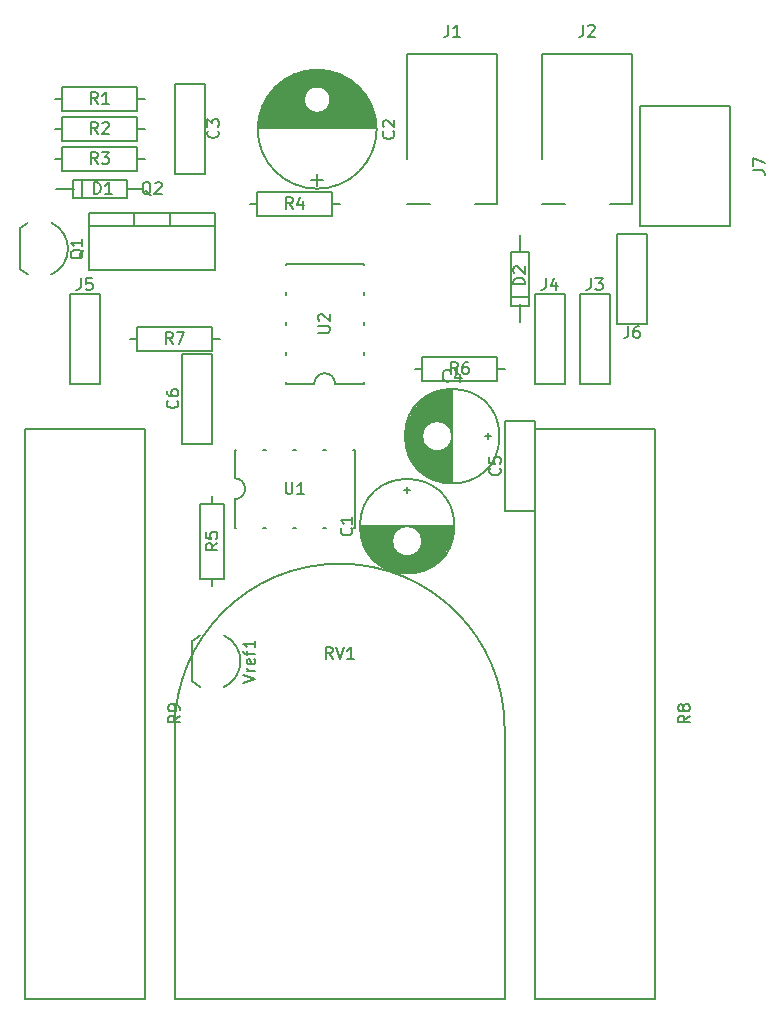
<source format=gbr>
G04 #@! TF.FileFunction,Legend,Top*
%FSLAX46Y46*%
G04 Gerber Fmt 4.6, Leading zero omitted, Abs format (unit mm)*
G04 Created by KiCad (PCBNEW 4.0.1-stable) date 04/17/17 03:19:07*
%MOMM*%
G01*
G04 APERTURE LIST*
%ADD10C,0.100000*%
%ADD11C,0.150000*%
G04 APERTURE END LIST*
D10*
D11*
X144399000Y-80772000D02*
X143891000Y-80772000D01*
X144145000Y-81026000D02*
X144145000Y-80518000D01*
X144716500Y-83820000D02*
X144843500Y-83947000D01*
X144843500Y-83947000D02*
X148018500Y-83947000D01*
X140208000Y-83947000D02*
X143510000Y-83947000D01*
X140208000Y-84074000D02*
X143319500Y-84074000D01*
X143319500Y-84074000D02*
X143192500Y-84201000D01*
X143192500Y-84201000D02*
X140208000Y-84201000D01*
X140208000Y-84201000D02*
X140208000Y-84328000D01*
X140208000Y-84328000D02*
X143065500Y-84328000D01*
X143065500Y-84328000D02*
X143002000Y-84455000D01*
X143002000Y-84455000D02*
X140208000Y-84455000D01*
X140208000Y-84455000D02*
X140271500Y-84582000D01*
X140271500Y-84582000D02*
X142938500Y-84582000D01*
X142938500Y-84582000D02*
X142875000Y-84709000D01*
X142875000Y-84709000D02*
X140335000Y-84709000D01*
X140335000Y-84709000D02*
X140335000Y-84836000D01*
X140335000Y-84836000D02*
X142875000Y-84836000D01*
X142875000Y-84836000D02*
X142875000Y-84963000D01*
X142875000Y-84963000D02*
X140335000Y-84963000D01*
X140335000Y-84963000D02*
X140398500Y-85090000D01*
X140398500Y-85090000D02*
X142811500Y-85090000D01*
X142811500Y-85090000D02*
X142811500Y-85217000D01*
X142811500Y-85217000D02*
X140462000Y-85217000D01*
X140462000Y-85217000D02*
X140525500Y-85344000D01*
X140525500Y-85344000D02*
X142875000Y-85344000D01*
X142875000Y-85344000D02*
X142938500Y-85471000D01*
X142938500Y-85471000D02*
X140525500Y-85471000D01*
X140525500Y-85471000D02*
X140652500Y-85598000D01*
X140652500Y-85598000D02*
X142938500Y-85598000D01*
X142938500Y-85598000D02*
X143002000Y-85725000D01*
X143002000Y-85725000D02*
X140652500Y-85725000D01*
X140652500Y-85725000D02*
X140779500Y-85852000D01*
X140779500Y-85852000D02*
X143129000Y-85852000D01*
X143129000Y-85852000D02*
X143192500Y-85979000D01*
X143192500Y-85979000D02*
X140779500Y-85979000D01*
X140779500Y-85979000D02*
X140970000Y-86106000D01*
X140970000Y-86106000D02*
X143319500Y-86106000D01*
X143319500Y-86106000D02*
X143510000Y-86233000D01*
X143510000Y-86233000D02*
X141033500Y-86233000D01*
X148082000Y-84074000D02*
X144970500Y-84074000D01*
X144970500Y-84074000D02*
X145097500Y-84201000D01*
X145097500Y-84201000D02*
X148082000Y-84201000D01*
X148082000Y-84201000D02*
X148018500Y-84328000D01*
X148018500Y-84328000D02*
X145224500Y-84328000D01*
X145224500Y-84328000D02*
X145351500Y-84455000D01*
X145351500Y-84455000D02*
X148082000Y-84455000D01*
X148082000Y-84455000D02*
X148018500Y-84582000D01*
X148018500Y-84582000D02*
X145351500Y-84582000D01*
X145351500Y-84582000D02*
X145415000Y-84709000D01*
X145415000Y-84709000D02*
X147955000Y-84709000D01*
X147955000Y-84709000D02*
X147955000Y-84836000D01*
X147955000Y-84836000D02*
X145415000Y-84836000D01*
X145415000Y-84836000D02*
X145415000Y-84963000D01*
X145415000Y-84963000D02*
X147955000Y-84963000D01*
X147955000Y-84963000D02*
X147891500Y-85090000D01*
X147891500Y-85090000D02*
X145415000Y-85090000D01*
X145415000Y-85090000D02*
X145415000Y-85217000D01*
X145415000Y-85217000D02*
X147891500Y-85217000D01*
X147891500Y-85217000D02*
X147828000Y-85344000D01*
X147828000Y-85344000D02*
X145415000Y-85344000D01*
X145415000Y-85344000D02*
X145415000Y-85471000D01*
X145415000Y-85471000D02*
X147764500Y-85471000D01*
X147764500Y-85471000D02*
X147701000Y-85598000D01*
X147701000Y-85598000D02*
X145351500Y-85598000D01*
X145351500Y-85598000D02*
X145288000Y-85725000D01*
X145288000Y-85725000D02*
X147637500Y-85725000D01*
X147637500Y-85725000D02*
X147574000Y-85852000D01*
X147574000Y-85852000D02*
X145161000Y-85852000D01*
X145161000Y-85852000D02*
X145097500Y-85979000D01*
X145097500Y-85979000D02*
X147447000Y-85979000D01*
X147447000Y-85979000D02*
X147383500Y-86106000D01*
X147383500Y-86106000D02*
X144970500Y-86106000D01*
X144970500Y-86106000D02*
X144780000Y-86233000D01*
X144780000Y-86233000D02*
X147256500Y-86233000D01*
X147129500Y-86360000D02*
X146748500Y-86741000D01*
X146050000Y-87312500D02*
X146113500Y-87185500D01*
X146113500Y-87185500D02*
X146177000Y-86995000D01*
X142938500Y-87566500D02*
X143129000Y-87566500D01*
X141287500Y-86487000D02*
X141414500Y-86614000D01*
X141922500Y-86995000D02*
X141986000Y-87058500D01*
X145415000Y-85090000D02*
G75*
G03X145415000Y-85090000I-1270000J0D01*
G01*
X148145500Y-83820000D02*
X140208000Y-83820000D01*
X140208000Y-83820000D02*
X140208000Y-83947000D01*
X147320000Y-86233000D02*
X147193000Y-86360000D01*
X147193000Y-86360000D02*
X141097000Y-86360000D01*
X141097000Y-86360000D02*
X141287500Y-86487000D01*
X141287500Y-86487000D02*
X147002500Y-86487000D01*
X147002500Y-86487000D02*
X146939000Y-86614000D01*
X146939000Y-86614000D02*
X141414500Y-86614000D01*
X141414500Y-86614000D02*
X141541500Y-86741000D01*
X141541500Y-86741000D02*
X146748500Y-86741000D01*
X146748500Y-86741000D02*
X146621500Y-86868000D01*
X146621500Y-86868000D02*
X141668500Y-86868000D01*
X141668500Y-86868000D02*
X141795500Y-86995000D01*
X141795500Y-86995000D02*
X146558000Y-86995000D01*
X146558000Y-86995000D02*
X146304000Y-87122000D01*
X146304000Y-87122000D02*
X142049500Y-87122000D01*
X142049500Y-87122000D02*
X142240000Y-87249000D01*
X142240000Y-87249000D02*
X146050000Y-87249000D01*
X146050000Y-87249000D02*
X145796000Y-87376000D01*
X145796000Y-87376000D02*
X142430500Y-87376000D01*
X142430500Y-87376000D02*
X142811500Y-87503000D01*
X142811500Y-87503000D02*
X145605500Y-87503000D01*
X145605500Y-87503000D02*
X145224500Y-87630000D01*
X145224500Y-87630000D02*
X143129000Y-87630000D01*
X143129000Y-87630000D02*
X143446500Y-87693500D01*
X143446500Y-87693500D02*
X144716500Y-87693500D01*
X148145000Y-83820000D02*
G75*
G03X148145000Y-83820000I-4000000J0D01*
G01*
X136017000Y-54483000D02*
X136525000Y-54483000D01*
X136525000Y-54483000D02*
X136525000Y-53975000D01*
X136525000Y-53975000D02*
X136525000Y-54991000D01*
X136525000Y-54991000D02*
X136525000Y-54483000D01*
X136525000Y-54483000D02*
X137033000Y-54483000D01*
X137033000Y-48768000D02*
X141287500Y-48768000D01*
X141287500Y-48768000D02*
X141287500Y-48641000D01*
X141287500Y-48641000D02*
X137160000Y-48641000D01*
X137160000Y-48641000D02*
X137350500Y-48514000D01*
X137350500Y-48514000D02*
X141224000Y-48514000D01*
X141224000Y-48514000D02*
X141160500Y-48387000D01*
X141160500Y-48387000D02*
X137414000Y-48387000D01*
X137414000Y-48387000D02*
X137541000Y-48260000D01*
X137541000Y-48260000D02*
X141097000Y-48260000D01*
X141097000Y-48260000D02*
X141033500Y-48133000D01*
X141033500Y-48133000D02*
X137604500Y-48133000D01*
X137604500Y-48133000D02*
X137668000Y-48006000D01*
X137668000Y-48006000D02*
X140970000Y-48006000D01*
X140970000Y-48006000D02*
X140906500Y-47879000D01*
X140906500Y-47879000D02*
X137668000Y-47879000D01*
X137668000Y-47879000D02*
X137668000Y-47752000D01*
X137668000Y-47752000D02*
X140843000Y-47752000D01*
X140843000Y-47752000D02*
X140779500Y-47625000D01*
X140779500Y-47625000D02*
X137668000Y-47625000D01*
X137668000Y-47625000D02*
X137668000Y-47498000D01*
X137668000Y-47498000D02*
X140716000Y-47498000D01*
X140716000Y-47498000D02*
X140652500Y-47371000D01*
X140652500Y-47371000D02*
X137604500Y-47371000D01*
X137604500Y-47371000D02*
X137541000Y-47244000D01*
X137541000Y-47244000D02*
X140589000Y-47244000D01*
X140589000Y-47244000D02*
X140462000Y-47117000D01*
X140462000Y-47117000D02*
X137541000Y-47117000D01*
X137541000Y-47117000D02*
X137414000Y-46990000D01*
X137414000Y-46990000D02*
X140335000Y-46990000D01*
X140335000Y-46990000D02*
X140208000Y-46863000D01*
X140208000Y-46863000D02*
X137287000Y-46863000D01*
X137287000Y-46863000D02*
X137160000Y-46736000D01*
X137160000Y-46736000D02*
X140081000Y-46736000D01*
X140081000Y-46736000D02*
X140017500Y-46609000D01*
X140017500Y-46609000D02*
X136906000Y-46609000D01*
X136080500Y-48831500D02*
X136017000Y-48768000D01*
X131762500Y-48768000D02*
X135953500Y-48768000D01*
X135953500Y-48768000D02*
X135826500Y-48641000D01*
X135826500Y-48641000D02*
X131762500Y-48641000D01*
X131762500Y-48641000D02*
X131826000Y-48514000D01*
X131826000Y-48514000D02*
X135699500Y-48514000D01*
X135699500Y-48514000D02*
X135636000Y-48387000D01*
X135636000Y-48387000D02*
X131889500Y-48387000D01*
X131889500Y-48387000D02*
X131953000Y-48260000D01*
X131953000Y-48260000D02*
X135509000Y-48260000D01*
X135509000Y-48260000D02*
X135445500Y-48133000D01*
X135445500Y-48133000D02*
X131953000Y-48133000D01*
X131953000Y-48133000D02*
X132016500Y-48006000D01*
X132016500Y-48006000D02*
X135445500Y-48006000D01*
X135445500Y-48006000D02*
X135382000Y-47879000D01*
X135382000Y-47879000D02*
X132080000Y-47879000D01*
X132080000Y-47879000D02*
X132143500Y-47752000D01*
X132143500Y-47752000D02*
X135318500Y-47752000D01*
X135318500Y-47752000D02*
X135318500Y-47625000D01*
X135318500Y-47625000D02*
X132270500Y-47625000D01*
X132270500Y-47625000D02*
X132334000Y-47498000D01*
X132334000Y-47498000D02*
X135382000Y-47498000D01*
X135382000Y-47498000D02*
X135445500Y-47371000D01*
X135445500Y-47371000D02*
X132397500Y-47371000D01*
X132397500Y-47371000D02*
X132461000Y-47244000D01*
X132461000Y-47244000D02*
X135445500Y-47244000D01*
X135445500Y-47244000D02*
X135509000Y-47117000D01*
X135509000Y-47117000D02*
X132588000Y-47117000D01*
X132588000Y-47117000D02*
X132651500Y-46990000D01*
X132651500Y-46990000D02*
X135636000Y-46990000D01*
X135636000Y-46990000D02*
X135699500Y-46863000D01*
X135699500Y-46863000D02*
X132778500Y-46863000D01*
X132778500Y-46863000D02*
X132905500Y-46736000D01*
X132905500Y-46736000D02*
X135953500Y-46736000D01*
X135953500Y-46736000D02*
X136144000Y-46609000D01*
X136144000Y-46609000D02*
X133032500Y-46609000D01*
X134366000Y-45720000D02*
X135280400Y-45364400D01*
X136093200Y-45262800D02*
X135839200Y-45262800D01*
X137312400Y-45313600D02*
X137033000Y-45288200D01*
X138709400Y-45770800D02*
X137820400Y-45415200D01*
X131526000Y-50130000D02*
X141524000Y-50130000D01*
X131530000Y-49990000D02*
X141520000Y-49990000D01*
X131538000Y-49850000D02*
X141512000Y-49850000D01*
X131550000Y-49710000D02*
X141500000Y-49710000D01*
X131565000Y-49570000D02*
X141485000Y-49570000D01*
X131585000Y-49430000D02*
X141465000Y-49430000D01*
X131609000Y-49290000D02*
X141441000Y-49290000D01*
X131638000Y-49150000D02*
X141412000Y-49150000D01*
X131670000Y-49010000D02*
X141380000Y-49010000D01*
X131707000Y-48870000D02*
X141343000Y-48870000D01*
X133179000Y-46490000D02*
X139871000Y-46490000D01*
X133341000Y-46350000D02*
X139709000Y-46350000D01*
X133518000Y-46210000D02*
X139532000Y-46210000D01*
X133714000Y-46070000D02*
X139336000Y-46070000D01*
X133932000Y-45930000D02*
X139118000Y-45930000D01*
X134178000Y-45790000D02*
X138872000Y-45790000D01*
X134463000Y-45650000D02*
X138587000Y-45650000D01*
X134805000Y-45510000D02*
X138245000Y-45510000D01*
X135251000Y-45370000D02*
X137799000Y-45370000D01*
X136026000Y-45230000D02*
X137024000Y-45230000D01*
X137643034Y-47705000D02*
G75*
G03X137643034Y-47705000I-1118034J0D01*
G01*
X141562500Y-50205000D02*
G75*
G03X141562500Y-50205000I-5037500J0D01*
G01*
X124460000Y-48895000D02*
X124460000Y-46355000D01*
X124460000Y-46355000D02*
X127000000Y-46355000D01*
X127000000Y-46355000D02*
X127000000Y-48895000D01*
X127000000Y-51435000D02*
X127000000Y-53975000D01*
X127000000Y-53975000D02*
X124460000Y-53975000D01*
X124460000Y-53975000D02*
X124460000Y-51435000D01*
X124460000Y-51435000D02*
X124460000Y-48895000D01*
X127000000Y-51435000D02*
X127000000Y-48895000D01*
X151003000Y-76454000D02*
X151003000Y-75946000D01*
X150749000Y-76200000D02*
X151257000Y-76200000D01*
X147955000Y-76771500D02*
X147828000Y-76898500D01*
X147828000Y-76898500D02*
X147828000Y-80073500D01*
X147828000Y-72263000D02*
X147828000Y-75565000D01*
X147701000Y-72263000D02*
X147701000Y-75374500D01*
X147701000Y-75374500D02*
X147574000Y-75247500D01*
X147574000Y-75247500D02*
X147574000Y-72263000D01*
X147574000Y-72263000D02*
X147447000Y-72263000D01*
X147447000Y-72263000D02*
X147447000Y-75120500D01*
X147447000Y-75120500D02*
X147320000Y-75057000D01*
X147320000Y-75057000D02*
X147320000Y-72263000D01*
X147320000Y-72263000D02*
X147193000Y-72326500D01*
X147193000Y-72326500D02*
X147193000Y-74993500D01*
X147193000Y-74993500D02*
X147066000Y-74930000D01*
X147066000Y-74930000D02*
X147066000Y-72390000D01*
X147066000Y-72390000D02*
X146939000Y-72390000D01*
X146939000Y-72390000D02*
X146939000Y-74930000D01*
X146939000Y-74930000D02*
X146812000Y-74930000D01*
X146812000Y-74930000D02*
X146812000Y-72390000D01*
X146812000Y-72390000D02*
X146685000Y-72453500D01*
X146685000Y-72453500D02*
X146685000Y-74866500D01*
X146685000Y-74866500D02*
X146558000Y-74866500D01*
X146558000Y-74866500D02*
X146558000Y-72517000D01*
X146558000Y-72517000D02*
X146431000Y-72580500D01*
X146431000Y-72580500D02*
X146431000Y-74930000D01*
X146431000Y-74930000D02*
X146304000Y-74993500D01*
X146304000Y-74993500D02*
X146304000Y-72580500D01*
X146304000Y-72580500D02*
X146177000Y-72707500D01*
X146177000Y-72707500D02*
X146177000Y-74993500D01*
X146177000Y-74993500D02*
X146050000Y-75057000D01*
X146050000Y-75057000D02*
X146050000Y-72707500D01*
X146050000Y-72707500D02*
X145923000Y-72834500D01*
X145923000Y-72834500D02*
X145923000Y-75184000D01*
X145923000Y-75184000D02*
X145796000Y-75247500D01*
X145796000Y-75247500D02*
X145796000Y-72834500D01*
X145796000Y-72834500D02*
X145669000Y-73025000D01*
X145669000Y-73025000D02*
X145669000Y-75374500D01*
X145669000Y-75374500D02*
X145542000Y-75565000D01*
X145542000Y-75565000D02*
X145542000Y-73088500D01*
X147701000Y-80137000D02*
X147701000Y-77025500D01*
X147701000Y-77025500D02*
X147574000Y-77152500D01*
X147574000Y-77152500D02*
X147574000Y-80137000D01*
X147574000Y-80137000D02*
X147447000Y-80073500D01*
X147447000Y-80073500D02*
X147447000Y-77279500D01*
X147447000Y-77279500D02*
X147320000Y-77406500D01*
X147320000Y-77406500D02*
X147320000Y-80137000D01*
X147320000Y-80137000D02*
X147193000Y-80073500D01*
X147193000Y-80073500D02*
X147193000Y-77406500D01*
X147193000Y-77406500D02*
X147066000Y-77470000D01*
X147066000Y-77470000D02*
X147066000Y-80010000D01*
X147066000Y-80010000D02*
X146939000Y-80010000D01*
X146939000Y-80010000D02*
X146939000Y-77470000D01*
X146939000Y-77470000D02*
X146812000Y-77470000D01*
X146812000Y-77470000D02*
X146812000Y-80010000D01*
X146812000Y-80010000D02*
X146685000Y-79946500D01*
X146685000Y-79946500D02*
X146685000Y-77470000D01*
X146685000Y-77470000D02*
X146558000Y-77470000D01*
X146558000Y-77470000D02*
X146558000Y-79946500D01*
X146558000Y-79946500D02*
X146431000Y-79883000D01*
X146431000Y-79883000D02*
X146431000Y-77470000D01*
X146431000Y-77470000D02*
X146304000Y-77470000D01*
X146304000Y-77470000D02*
X146304000Y-79819500D01*
X146304000Y-79819500D02*
X146177000Y-79756000D01*
X146177000Y-79756000D02*
X146177000Y-77406500D01*
X146177000Y-77406500D02*
X146050000Y-77343000D01*
X146050000Y-77343000D02*
X146050000Y-79692500D01*
X146050000Y-79692500D02*
X145923000Y-79629000D01*
X145923000Y-79629000D02*
X145923000Y-77216000D01*
X145923000Y-77216000D02*
X145796000Y-77152500D01*
X145796000Y-77152500D02*
X145796000Y-79502000D01*
X145796000Y-79502000D02*
X145669000Y-79438500D01*
X145669000Y-79438500D02*
X145669000Y-77025500D01*
X145669000Y-77025500D02*
X145542000Y-76835000D01*
X145542000Y-76835000D02*
X145542000Y-79311500D01*
X145415000Y-79184500D02*
X145034000Y-78803500D01*
X144462500Y-78105000D02*
X144589500Y-78168500D01*
X144589500Y-78168500D02*
X144780000Y-78232000D01*
X144208500Y-74993500D02*
X144208500Y-75184000D01*
X145288000Y-73342500D02*
X145161000Y-73469500D01*
X144780000Y-73977500D02*
X144716500Y-74041000D01*
X147955000Y-76200000D02*
G75*
G03X147955000Y-76200000I-1270000J0D01*
G01*
X147955000Y-80200500D02*
X147955000Y-72263000D01*
X147955000Y-72263000D02*
X147828000Y-72263000D01*
X145542000Y-79375000D02*
X145415000Y-79248000D01*
X145415000Y-79248000D02*
X145415000Y-73152000D01*
X145415000Y-73152000D02*
X145288000Y-73342500D01*
X145288000Y-73342500D02*
X145288000Y-79057500D01*
X145288000Y-79057500D02*
X145161000Y-78994000D01*
X145161000Y-78994000D02*
X145161000Y-73469500D01*
X145161000Y-73469500D02*
X145034000Y-73596500D01*
X145034000Y-73596500D02*
X145034000Y-78803500D01*
X145034000Y-78803500D02*
X144907000Y-78676500D01*
X144907000Y-78676500D02*
X144907000Y-73723500D01*
X144907000Y-73723500D02*
X144780000Y-73850500D01*
X144780000Y-73850500D02*
X144780000Y-78613000D01*
X144780000Y-78613000D02*
X144653000Y-78359000D01*
X144653000Y-78359000D02*
X144653000Y-74104500D01*
X144653000Y-74104500D02*
X144526000Y-74295000D01*
X144526000Y-74295000D02*
X144526000Y-78105000D01*
X144526000Y-78105000D02*
X144399000Y-77851000D01*
X144399000Y-77851000D02*
X144399000Y-74485500D01*
X144399000Y-74485500D02*
X144272000Y-74866500D01*
X144272000Y-74866500D02*
X144272000Y-77660500D01*
X144272000Y-77660500D02*
X144145000Y-77279500D01*
X144145000Y-77279500D02*
X144145000Y-75184000D01*
X144145000Y-75184000D02*
X144081500Y-75501500D01*
X144081500Y-75501500D02*
X144081500Y-76771500D01*
X151955000Y-76200000D02*
G75*
G03X151955000Y-76200000I-4000000J0D01*
G01*
X154940000Y-80010000D02*
X154940000Y-82550000D01*
X154940000Y-82550000D02*
X152400000Y-82550000D01*
X152400000Y-82550000D02*
X152400000Y-80010000D01*
X152400000Y-77470000D02*
X152400000Y-74930000D01*
X152400000Y-74930000D02*
X154940000Y-74930000D01*
X154940000Y-74930000D02*
X154940000Y-77470000D01*
X154940000Y-77470000D02*
X154940000Y-80010000D01*
X152400000Y-77470000D02*
X152400000Y-80010000D01*
X127635000Y-74295000D02*
X127635000Y-76835000D01*
X127635000Y-76835000D02*
X125095000Y-76835000D01*
X125095000Y-76835000D02*
X125095000Y-74295000D01*
X125095000Y-71755000D02*
X125095000Y-69215000D01*
X125095000Y-69215000D02*
X127635000Y-69215000D01*
X127635000Y-69215000D02*
X127635000Y-71755000D01*
X127635000Y-71755000D02*
X127635000Y-74295000D01*
X125095000Y-71755000D02*
X125095000Y-74295000D01*
X120396520Y-55242460D02*
X121793520Y-55242460D01*
X115951520Y-55242460D02*
X114427520Y-55242460D01*
X116586520Y-54480460D02*
X116586520Y-56004460D01*
X115824520Y-55242460D02*
X115824520Y-56004460D01*
X115824520Y-56004460D02*
X120396520Y-56004460D01*
X120396520Y-56004460D02*
X120396520Y-54480460D01*
X120396520Y-54480460D02*
X115824520Y-54480460D01*
X115824520Y-54480460D02*
X115824520Y-55242460D01*
X153667460Y-60578480D02*
X153667460Y-59181480D01*
X153667460Y-65023480D02*
X153667460Y-66547480D01*
X152905460Y-64388480D02*
X154429460Y-64388480D01*
X153667460Y-65150480D02*
X154429460Y-65150480D01*
X154429460Y-65150480D02*
X154429460Y-60578480D01*
X154429460Y-60578480D02*
X152905460Y-60578480D01*
X152905460Y-60578480D02*
X152905460Y-65150480D01*
X152905460Y-65150480D02*
X153667460Y-65150480D01*
X149860000Y-56515000D02*
X150495000Y-56515000D01*
X144145000Y-56515000D02*
X146050000Y-56515000D01*
X150495000Y-56515000D02*
X151765000Y-56515000D01*
X151765000Y-56515000D02*
X151765000Y-43815000D01*
X151765000Y-43815000D02*
X144145000Y-43815000D01*
X144145000Y-43815000D02*
X144145000Y-52705000D01*
X161290000Y-56515000D02*
X161925000Y-56515000D01*
X155575000Y-56515000D02*
X157480000Y-56515000D01*
X161925000Y-56515000D02*
X163195000Y-56515000D01*
X163195000Y-56515000D02*
X163195000Y-43815000D01*
X163195000Y-43815000D02*
X155575000Y-43815000D01*
X155575000Y-43815000D02*
X155575000Y-52705000D01*
X112033010Y-58137305D02*
G75*
G03X111330000Y-58625000I996990J-2187695D01*
G01*
X112033010Y-62512695D02*
G75*
G02X111330000Y-62025000I996990J2187695D01*
G01*
X111330000Y-58625000D02*
X111330000Y-62025000D01*
X114023127Y-58140121D02*
G75*
G02X115430000Y-60325000I-993127J-2184879D01*
G01*
X114023127Y-62509879D02*
G75*
G03X115430000Y-60325000I-993127J2184879D01*
G01*
X121031000Y-57277000D02*
X121031000Y-58420000D01*
X124079000Y-57277000D02*
X124079000Y-58420000D01*
X127889000Y-58420000D02*
X127889000Y-62103000D01*
X127889000Y-62103000D02*
X117221000Y-62103000D01*
X117221000Y-62103000D02*
X117221000Y-58420000D01*
X127889000Y-57277000D02*
X127889000Y-58420000D01*
X127889000Y-58420000D02*
X117221000Y-58420000D01*
X117221000Y-58420000D02*
X117221000Y-57277000D01*
X122555000Y-57277000D02*
X117221000Y-57277000D01*
X122555000Y-57277000D02*
X127889000Y-57277000D01*
X114935000Y-46609000D02*
X121285000Y-46609000D01*
X121285000Y-48641000D02*
X114935000Y-48641000D01*
X114935000Y-47625000D02*
X114300000Y-47625000D01*
X121285000Y-47625000D02*
X121920000Y-47625000D01*
X121285000Y-47625000D02*
X121285000Y-48641000D01*
X114935000Y-48641000D02*
X114935000Y-46609000D01*
X121285000Y-46609000D02*
X121285000Y-47625000D01*
X114935000Y-49149000D02*
X121285000Y-49149000D01*
X121285000Y-51181000D02*
X114935000Y-51181000D01*
X114935000Y-50165000D02*
X114300000Y-50165000D01*
X121285000Y-50165000D02*
X121920000Y-50165000D01*
X121285000Y-50165000D02*
X121285000Y-51181000D01*
X114935000Y-51181000D02*
X114935000Y-49149000D01*
X121285000Y-49149000D02*
X121285000Y-50165000D01*
X114935000Y-51689000D02*
X121285000Y-51689000D01*
X121285000Y-53721000D02*
X114935000Y-53721000D01*
X114935000Y-52705000D02*
X114300000Y-52705000D01*
X121285000Y-52705000D02*
X121920000Y-52705000D01*
X121285000Y-52705000D02*
X121285000Y-53721000D01*
X114935000Y-53721000D02*
X114935000Y-51689000D01*
X121285000Y-51689000D02*
X121285000Y-52705000D01*
X137795000Y-57531000D02*
X131445000Y-57531000D01*
X131445000Y-55499000D02*
X137795000Y-55499000D01*
X137795000Y-56515000D02*
X138430000Y-56515000D01*
X131445000Y-56515000D02*
X130810000Y-56515000D01*
X131445000Y-56515000D02*
X131445000Y-55499000D01*
X137795000Y-55499000D02*
X137795000Y-57531000D01*
X131445000Y-57531000D02*
X131445000Y-56515000D01*
X126619000Y-88265000D02*
X126619000Y-81915000D01*
X128651000Y-81915000D02*
X128651000Y-88265000D01*
X127635000Y-88265000D02*
X127635000Y-88900000D01*
X127635000Y-81915000D02*
X127635000Y-81280000D01*
X127635000Y-81915000D02*
X128651000Y-81915000D01*
X128651000Y-88265000D02*
X126619000Y-88265000D01*
X126619000Y-81915000D02*
X127635000Y-81915000D01*
X145415000Y-69469000D02*
X151765000Y-69469000D01*
X151765000Y-71501000D02*
X145415000Y-71501000D01*
X145415000Y-70485000D02*
X144780000Y-70485000D01*
X151765000Y-70485000D02*
X152400000Y-70485000D01*
X151765000Y-70485000D02*
X151765000Y-71501000D01*
X145415000Y-71501000D02*
X145415000Y-69469000D01*
X151765000Y-69469000D02*
X151765000Y-70485000D01*
X127635000Y-68961000D02*
X121285000Y-68961000D01*
X121285000Y-66929000D02*
X127635000Y-66929000D01*
X127635000Y-67945000D02*
X128270000Y-67945000D01*
X121285000Y-67945000D02*
X120650000Y-67945000D01*
X121285000Y-67945000D02*
X121285000Y-66929000D01*
X127635000Y-66929000D02*
X127635000Y-68961000D01*
X121285000Y-68961000D02*
X121285000Y-67945000D01*
X165100000Y-123825000D02*
X154940000Y-123825000D01*
X154940000Y-123825000D02*
X154940000Y-75565000D01*
X154940000Y-75565000D02*
X165100000Y-75565000D01*
X165100000Y-75565000D02*
X165100000Y-123825000D01*
X121920000Y-123825000D02*
X111760000Y-123825000D01*
X111760000Y-123825000D02*
X111760000Y-75565000D01*
X111760000Y-75565000D02*
X121920000Y-75565000D01*
X121920000Y-75565000D02*
X121920000Y-123825000D01*
X152400000Y-100965000D02*
G75*
G03X124460000Y-100965000I-13970000J0D01*
G01*
X152400000Y-100965000D02*
X152400000Y-123825000D01*
X152400000Y-123825000D02*
X124460000Y-123825000D01*
X124460000Y-123825000D02*
X124460000Y-100965000D01*
X129540000Y-81534000D02*
X129540000Y-83947000D01*
X129540000Y-79756000D02*
X129540000Y-77343000D01*
X129540000Y-81534000D02*
G75*
G03X130429000Y-80645000I0J889000D01*
G01*
X130429000Y-80645000D02*
G75*
G03X129540000Y-79756000I-889000J0D01*
G01*
X139700000Y-83947000D02*
X139573000Y-83947000D01*
X137033000Y-83947000D02*
X137287000Y-83947000D01*
X134493000Y-83947000D02*
X134747000Y-83947000D01*
X131953000Y-83947000D02*
X132207000Y-83947000D01*
X129540000Y-83947000D02*
X129667000Y-83947000D01*
X129540000Y-77343000D02*
X129667000Y-77343000D01*
X139700000Y-77343000D02*
X139573000Y-77343000D01*
X137033000Y-77343000D02*
X137287000Y-77343000D01*
X134493000Y-77343000D02*
X134747000Y-77343000D01*
X131953000Y-77343000D02*
X132207000Y-77343000D01*
X139700000Y-83947000D02*
X139700000Y-77343000D01*
X138049000Y-71755000D02*
X140462000Y-71755000D01*
X136271000Y-71755000D02*
X133858000Y-71755000D01*
X138049000Y-71755000D02*
G75*
G03X137160000Y-70866000I-889000J0D01*
G01*
X137160000Y-70866000D02*
G75*
G03X136271000Y-71755000I0J-889000D01*
G01*
X140462000Y-61595000D02*
X140462000Y-61722000D01*
X140462000Y-64262000D02*
X140462000Y-64008000D01*
X140462000Y-66802000D02*
X140462000Y-66548000D01*
X140462000Y-69342000D02*
X140462000Y-69088000D01*
X140462000Y-71755000D02*
X140462000Y-71628000D01*
X133858000Y-71755000D02*
X133858000Y-71628000D01*
X133858000Y-61595000D02*
X133858000Y-61722000D01*
X133858000Y-64262000D02*
X133858000Y-64008000D01*
X133858000Y-66802000D02*
X133858000Y-66548000D01*
X133858000Y-69342000D02*
X133858000Y-69088000D01*
X140462000Y-61595000D02*
X133858000Y-61595000D01*
X126638010Y-93062305D02*
G75*
G03X125935000Y-93550000I996990J-2187695D01*
G01*
X126638010Y-97437695D02*
G75*
G02X125935000Y-96950000I996990J2187695D01*
G01*
X125935000Y-93550000D02*
X125935000Y-96950000D01*
X128628127Y-93065121D02*
G75*
G02X130035000Y-95250000I-993127J-2184879D01*
G01*
X128628127Y-97434879D02*
G75*
G03X130035000Y-95250000I-993127J2184879D01*
G01*
X161925000Y-66675000D02*
X164465000Y-66675000D01*
X164465000Y-66675000D02*
X164465000Y-59055000D01*
X164465000Y-59055000D02*
X161925000Y-59055000D01*
X161925000Y-59055000D02*
X161925000Y-66675000D01*
X118110000Y-64135000D02*
X115570000Y-64135000D01*
X115570000Y-64135000D02*
X115570000Y-71755000D01*
X115570000Y-71755000D02*
X118110000Y-71755000D01*
X118110000Y-71755000D02*
X118110000Y-64135000D01*
X157480000Y-64135000D02*
X154940000Y-64135000D01*
X154940000Y-64135000D02*
X154940000Y-71755000D01*
X154940000Y-71755000D02*
X157480000Y-71755000D01*
X157480000Y-71755000D02*
X157480000Y-64135000D01*
X161290000Y-64135000D02*
X158750000Y-64135000D01*
X158750000Y-64135000D02*
X158750000Y-71755000D01*
X158750000Y-71755000D02*
X161290000Y-71755000D01*
X161290000Y-71755000D02*
X161290000Y-64135000D01*
X171450000Y-48260000D02*
X163830000Y-48260000D01*
X163830000Y-48260000D02*
X163830000Y-58420000D01*
X163830000Y-58420000D02*
X171450000Y-58420000D01*
X171450000Y-58420000D02*
X171450000Y-48260000D01*
X139422143Y-83986666D02*
X139469762Y-84034285D01*
X139517381Y-84177142D01*
X139517381Y-84272380D01*
X139469762Y-84415238D01*
X139374524Y-84510476D01*
X139279286Y-84558095D01*
X139088810Y-84605714D01*
X138945952Y-84605714D01*
X138755476Y-84558095D01*
X138660238Y-84510476D01*
X138565000Y-84415238D01*
X138517381Y-84272380D01*
X138517381Y-84177142D01*
X138565000Y-84034285D01*
X138612619Y-83986666D01*
X139517381Y-83034285D02*
X139517381Y-83605714D01*
X139517381Y-83320000D02*
X138517381Y-83320000D01*
X138660238Y-83415238D01*
X138755476Y-83510476D01*
X138803095Y-83605714D01*
X142978143Y-50395166D02*
X143025762Y-50442785D01*
X143073381Y-50585642D01*
X143073381Y-50680880D01*
X143025762Y-50823738D01*
X142930524Y-50918976D01*
X142835286Y-50966595D01*
X142644810Y-51014214D01*
X142501952Y-51014214D01*
X142311476Y-50966595D01*
X142216238Y-50918976D01*
X142121000Y-50823738D01*
X142073381Y-50680880D01*
X142073381Y-50585642D01*
X142121000Y-50442785D01*
X142168619Y-50395166D01*
X142168619Y-50014214D02*
X142121000Y-49966595D01*
X142073381Y-49871357D01*
X142073381Y-49633261D01*
X142121000Y-49538023D01*
X142168619Y-49490404D01*
X142263857Y-49442785D01*
X142359095Y-49442785D01*
X142501952Y-49490404D01*
X143073381Y-50061833D01*
X143073381Y-49442785D01*
X128119143Y-50331666D02*
X128166762Y-50379285D01*
X128214381Y-50522142D01*
X128214381Y-50617380D01*
X128166762Y-50760238D01*
X128071524Y-50855476D01*
X127976286Y-50903095D01*
X127785810Y-50950714D01*
X127642952Y-50950714D01*
X127452476Y-50903095D01*
X127357238Y-50855476D01*
X127262000Y-50760238D01*
X127214381Y-50617380D01*
X127214381Y-50522142D01*
X127262000Y-50379285D01*
X127309619Y-50331666D01*
X127214381Y-49998333D02*
X127214381Y-49379285D01*
X127595333Y-49712619D01*
X127595333Y-49569761D01*
X127642952Y-49474523D01*
X127690571Y-49426904D01*
X127785810Y-49379285D01*
X128023905Y-49379285D01*
X128119143Y-49426904D01*
X128166762Y-49474523D01*
X128214381Y-49569761D01*
X128214381Y-49855476D01*
X128166762Y-49950714D01*
X128119143Y-49998333D01*
X147788334Y-71477143D02*
X147740715Y-71524762D01*
X147597858Y-71572381D01*
X147502620Y-71572381D01*
X147359762Y-71524762D01*
X147264524Y-71429524D01*
X147216905Y-71334286D01*
X147169286Y-71143810D01*
X147169286Y-71000952D01*
X147216905Y-70810476D01*
X147264524Y-70715238D01*
X147359762Y-70620000D01*
X147502620Y-70572381D01*
X147597858Y-70572381D01*
X147740715Y-70620000D01*
X147788334Y-70667619D01*
X148645477Y-70905714D02*
X148645477Y-71572381D01*
X148407381Y-70524762D02*
X148169286Y-71239048D01*
X148788334Y-71239048D01*
X151995143Y-78906666D02*
X152042762Y-78954285D01*
X152090381Y-79097142D01*
X152090381Y-79192380D01*
X152042762Y-79335238D01*
X151947524Y-79430476D01*
X151852286Y-79478095D01*
X151661810Y-79525714D01*
X151518952Y-79525714D01*
X151328476Y-79478095D01*
X151233238Y-79430476D01*
X151138000Y-79335238D01*
X151090381Y-79192380D01*
X151090381Y-79097142D01*
X151138000Y-78954285D01*
X151185619Y-78906666D01*
X151090381Y-78001904D02*
X151090381Y-78478095D01*
X151566571Y-78525714D01*
X151518952Y-78478095D01*
X151471333Y-78382857D01*
X151471333Y-78144761D01*
X151518952Y-78049523D01*
X151566571Y-78001904D01*
X151661810Y-77954285D01*
X151899905Y-77954285D01*
X151995143Y-78001904D01*
X152042762Y-78049523D01*
X152090381Y-78144761D01*
X152090381Y-78382857D01*
X152042762Y-78478095D01*
X151995143Y-78525714D01*
X124690143Y-73191666D02*
X124737762Y-73239285D01*
X124785381Y-73382142D01*
X124785381Y-73477380D01*
X124737762Y-73620238D01*
X124642524Y-73715476D01*
X124547286Y-73763095D01*
X124356810Y-73810714D01*
X124213952Y-73810714D01*
X124023476Y-73763095D01*
X123928238Y-73715476D01*
X123833000Y-73620238D01*
X123785381Y-73477380D01*
X123785381Y-73382142D01*
X123833000Y-73239285D01*
X123880619Y-73191666D01*
X123785381Y-72334523D02*
X123785381Y-72525000D01*
X123833000Y-72620238D01*
X123880619Y-72667857D01*
X124023476Y-72763095D01*
X124213952Y-72810714D01*
X124594905Y-72810714D01*
X124690143Y-72763095D01*
X124737762Y-72715476D01*
X124785381Y-72620238D01*
X124785381Y-72429761D01*
X124737762Y-72334523D01*
X124690143Y-72286904D01*
X124594905Y-72239285D01*
X124356810Y-72239285D01*
X124261571Y-72286904D01*
X124213952Y-72334523D01*
X124166333Y-72429761D01*
X124166333Y-72620238D01*
X124213952Y-72715476D01*
X124261571Y-72763095D01*
X124356810Y-72810714D01*
X117625905Y-55697381D02*
X117625905Y-54697381D01*
X117864000Y-54697381D01*
X118006858Y-54745000D01*
X118102096Y-54840238D01*
X118149715Y-54935476D01*
X118197334Y-55125952D01*
X118197334Y-55268810D01*
X118149715Y-55459286D01*
X118102096Y-55554524D01*
X118006858Y-55649762D01*
X117864000Y-55697381D01*
X117625905Y-55697381D01*
X119149715Y-55697381D02*
X118578286Y-55697381D01*
X118864000Y-55697381D02*
X118864000Y-54697381D01*
X118768762Y-54840238D01*
X118673524Y-54935476D01*
X118578286Y-54983095D01*
X154122381Y-63349095D02*
X153122381Y-63349095D01*
X153122381Y-63111000D01*
X153170000Y-62968142D01*
X153265238Y-62872904D01*
X153360476Y-62825285D01*
X153550952Y-62777666D01*
X153693810Y-62777666D01*
X153884286Y-62825285D01*
X153979524Y-62872904D01*
X154074762Y-62968142D01*
X154122381Y-63111000D01*
X154122381Y-63349095D01*
X153217619Y-62396714D02*
X153170000Y-62349095D01*
X153122381Y-62253857D01*
X153122381Y-62015761D01*
X153170000Y-61920523D01*
X153217619Y-61872904D01*
X153312857Y-61825285D01*
X153408095Y-61825285D01*
X153550952Y-61872904D01*
X154122381Y-62444333D01*
X154122381Y-61825285D01*
X147621667Y-41362381D02*
X147621667Y-42076667D01*
X147574047Y-42219524D01*
X147478809Y-42314762D01*
X147335952Y-42362381D01*
X147240714Y-42362381D01*
X148621667Y-42362381D02*
X148050238Y-42362381D01*
X148335952Y-42362381D02*
X148335952Y-41362381D01*
X148240714Y-41505238D01*
X148145476Y-41600476D01*
X148050238Y-41648095D01*
X159051667Y-41362381D02*
X159051667Y-42076667D01*
X159004047Y-42219524D01*
X158908809Y-42314762D01*
X158765952Y-42362381D01*
X158670714Y-42362381D01*
X159480238Y-41457619D02*
X159527857Y-41410000D01*
X159623095Y-41362381D01*
X159861191Y-41362381D01*
X159956429Y-41410000D01*
X160004048Y-41457619D01*
X160051667Y-41552857D01*
X160051667Y-41648095D01*
X160004048Y-41790952D01*
X159432619Y-42362381D01*
X160051667Y-42362381D01*
X116752619Y-60420238D02*
X116705000Y-60515476D01*
X116609762Y-60610714D01*
X116466905Y-60753571D01*
X116419286Y-60848810D01*
X116419286Y-60944048D01*
X116657381Y-60896429D02*
X116609762Y-60991667D01*
X116514524Y-61086905D01*
X116324048Y-61134524D01*
X115990714Y-61134524D01*
X115800238Y-61086905D01*
X115705000Y-60991667D01*
X115657381Y-60896429D01*
X115657381Y-60705952D01*
X115705000Y-60610714D01*
X115800238Y-60515476D01*
X115990714Y-60467857D01*
X116324048Y-60467857D01*
X116514524Y-60515476D01*
X116609762Y-60610714D01*
X116657381Y-60705952D01*
X116657381Y-60896429D01*
X116657381Y-59515476D02*
X116657381Y-60086905D01*
X116657381Y-59801191D02*
X115657381Y-59801191D01*
X115800238Y-59896429D01*
X115895476Y-59991667D01*
X115943095Y-60086905D01*
X122459762Y-55792619D02*
X122364524Y-55745000D01*
X122269286Y-55649762D01*
X122126429Y-55506905D01*
X122031190Y-55459286D01*
X121935952Y-55459286D01*
X121983571Y-55697381D02*
X121888333Y-55649762D01*
X121793095Y-55554524D01*
X121745476Y-55364048D01*
X121745476Y-55030714D01*
X121793095Y-54840238D01*
X121888333Y-54745000D01*
X121983571Y-54697381D01*
X122174048Y-54697381D01*
X122269286Y-54745000D01*
X122364524Y-54840238D01*
X122412143Y-55030714D01*
X122412143Y-55364048D01*
X122364524Y-55554524D01*
X122269286Y-55649762D01*
X122174048Y-55697381D01*
X121983571Y-55697381D01*
X122793095Y-54792619D02*
X122840714Y-54745000D01*
X122935952Y-54697381D01*
X123174048Y-54697381D01*
X123269286Y-54745000D01*
X123316905Y-54792619D01*
X123364524Y-54887857D01*
X123364524Y-54983095D01*
X123316905Y-55125952D01*
X122745476Y-55697381D01*
X123364524Y-55697381D01*
X117943334Y-48077381D02*
X117610000Y-47601190D01*
X117371905Y-48077381D02*
X117371905Y-47077381D01*
X117752858Y-47077381D01*
X117848096Y-47125000D01*
X117895715Y-47172619D01*
X117943334Y-47267857D01*
X117943334Y-47410714D01*
X117895715Y-47505952D01*
X117848096Y-47553571D01*
X117752858Y-47601190D01*
X117371905Y-47601190D01*
X118895715Y-48077381D02*
X118324286Y-48077381D01*
X118610000Y-48077381D02*
X118610000Y-47077381D01*
X118514762Y-47220238D01*
X118419524Y-47315476D01*
X118324286Y-47363095D01*
X117943334Y-50617381D02*
X117610000Y-50141190D01*
X117371905Y-50617381D02*
X117371905Y-49617381D01*
X117752858Y-49617381D01*
X117848096Y-49665000D01*
X117895715Y-49712619D01*
X117943334Y-49807857D01*
X117943334Y-49950714D01*
X117895715Y-50045952D01*
X117848096Y-50093571D01*
X117752858Y-50141190D01*
X117371905Y-50141190D01*
X118324286Y-49712619D02*
X118371905Y-49665000D01*
X118467143Y-49617381D01*
X118705239Y-49617381D01*
X118800477Y-49665000D01*
X118848096Y-49712619D01*
X118895715Y-49807857D01*
X118895715Y-49903095D01*
X118848096Y-50045952D01*
X118276667Y-50617381D01*
X118895715Y-50617381D01*
X117943334Y-53157381D02*
X117610000Y-52681190D01*
X117371905Y-53157381D02*
X117371905Y-52157381D01*
X117752858Y-52157381D01*
X117848096Y-52205000D01*
X117895715Y-52252619D01*
X117943334Y-52347857D01*
X117943334Y-52490714D01*
X117895715Y-52585952D01*
X117848096Y-52633571D01*
X117752858Y-52681190D01*
X117371905Y-52681190D01*
X118276667Y-52157381D02*
X118895715Y-52157381D01*
X118562381Y-52538333D01*
X118705239Y-52538333D01*
X118800477Y-52585952D01*
X118848096Y-52633571D01*
X118895715Y-52728810D01*
X118895715Y-52966905D01*
X118848096Y-53062143D01*
X118800477Y-53109762D01*
X118705239Y-53157381D01*
X118419524Y-53157381D01*
X118324286Y-53109762D01*
X118276667Y-53062143D01*
X134453334Y-56967381D02*
X134120000Y-56491190D01*
X133881905Y-56967381D02*
X133881905Y-55967381D01*
X134262858Y-55967381D01*
X134358096Y-56015000D01*
X134405715Y-56062619D01*
X134453334Y-56157857D01*
X134453334Y-56300714D01*
X134405715Y-56395952D01*
X134358096Y-56443571D01*
X134262858Y-56491190D01*
X133881905Y-56491190D01*
X135310477Y-56300714D02*
X135310477Y-56967381D01*
X135072381Y-55919762D02*
X134834286Y-56634048D01*
X135453334Y-56634048D01*
X128087381Y-85256666D02*
X127611190Y-85590000D01*
X128087381Y-85828095D02*
X127087381Y-85828095D01*
X127087381Y-85447142D01*
X127135000Y-85351904D01*
X127182619Y-85304285D01*
X127277857Y-85256666D01*
X127420714Y-85256666D01*
X127515952Y-85304285D01*
X127563571Y-85351904D01*
X127611190Y-85447142D01*
X127611190Y-85828095D01*
X127087381Y-84351904D02*
X127087381Y-84828095D01*
X127563571Y-84875714D01*
X127515952Y-84828095D01*
X127468333Y-84732857D01*
X127468333Y-84494761D01*
X127515952Y-84399523D01*
X127563571Y-84351904D01*
X127658810Y-84304285D01*
X127896905Y-84304285D01*
X127992143Y-84351904D01*
X128039762Y-84399523D01*
X128087381Y-84494761D01*
X128087381Y-84732857D01*
X128039762Y-84828095D01*
X127992143Y-84875714D01*
X148423334Y-70937381D02*
X148090000Y-70461190D01*
X147851905Y-70937381D02*
X147851905Y-69937381D01*
X148232858Y-69937381D01*
X148328096Y-69985000D01*
X148375715Y-70032619D01*
X148423334Y-70127857D01*
X148423334Y-70270714D01*
X148375715Y-70365952D01*
X148328096Y-70413571D01*
X148232858Y-70461190D01*
X147851905Y-70461190D01*
X149280477Y-69937381D02*
X149090000Y-69937381D01*
X148994762Y-69985000D01*
X148947143Y-70032619D01*
X148851905Y-70175476D01*
X148804286Y-70365952D01*
X148804286Y-70746905D01*
X148851905Y-70842143D01*
X148899524Y-70889762D01*
X148994762Y-70937381D01*
X149185239Y-70937381D01*
X149280477Y-70889762D01*
X149328096Y-70842143D01*
X149375715Y-70746905D01*
X149375715Y-70508810D01*
X149328096Y-70413571D01*
X149280477Y-70365952D01*
X149185239Y-70318333D01*
X148994762Y-70318333D01*
X148899524Y-70365952D01*
X148851905Y-70413571D01*
X148804286Y-70508810D01*
X124293334Y-68397381D02*
X123960000Y-67921190D01*
X123721905Y-68397381D02*
X123721905Y-67397381D01*
X124102858Y-67397381D01*
X124198096Y-67445000D01*
X124245715Y-67492619D01*
X124293334Y-67587857D01*
X124293334Y-67730714D01*
X124245715Y-67825952D01*
X124198096Y-67873571D01*
X124102858Y-67921190D01*
X123721905Y-67921190D01*
X124626667Y-67397381D02*
X125293334Y-67397381D01*
X124864762Y-68397381D01*
X168092381Y-99861666D02*
X167616190Y-100195000D01*
X168092381Y-100433095D02*
X167092381Y-100433095D01*
X167092381Y-100052142D01*
X167140000Y-99956904D01*
X167187619Y-99909285D01*
X167282857Y-99861666D01*
X167425714Y-99861666D01*
X167520952Y-99909285D01*
X167568571Y-99956904D01*
X167616190Y-100052142D01*
X167616190Y-100433095D01*
X167520952Y-99290238D02*
X167473333Y-99385476D01*
X167425714Y-99433095D01*
X167330476Y-99480714D01*
X167282857Y-99480714D01*
X167187619Y-99433095D01*
X167140000Y-99385476D01*
X167092381Y-99290238D01*
X167092381Y-99099761D01*
X167140000Y-99004523D01*
X167187619Y-98956904D01*
X167282857Y-98909285D01*
X167330476Y-98909285D01*
X167425714Y-98956904D01*
X167473333Y-99004523D01*
X167520952Y-99099761D01*
X167520952Y-99290238D01*
X167568571Y-99385476D01*
X167616190Y-99433095D01*
X167711429Y-99480714D01*
X167901905Y-99480714D01*
X167997143Y-99433095D01*
X168044762Y-99385476D01*
X168092381Y-99290238D01*
X168092381Y-99099761D01*
X168044762Y-99004523D01*
X167997143Y-98956904D01*
X167901905Y-98909285D01*
X167711429Y-98909285D01*
X167616190Y-98956904D01*
X167568571Y-99004523D01*
X167520952Y-99099761D01*
X124912381Y-99861666D02*
X124436190Y-100195000D01*
X124912381Y-100433095D02*
X123912381Y-100433095D01*
X123912381Y-100052142D01*
X123960000Y-99956904D01*
X124007619Y-99909285D01*
X124102857Y-99861666D01*
X124245714Y-99861666D01*
X124340952Y-99909285D01*
X124388571Y-99956904D01*
X124436190Y-100052142D01*
X124436190Y-100433095D01*
X124912381Y-99385476D02*
X124912381Y-99195000D01*
X124864762Y-99099761D01*
X124817143Y-99052142D01*
X124674286Y-98956904D01*
X124483810Y-98909285D01*
X124102857Y-98909285D01*
X124007619Y-98956904D01*
X123960000Y-99004523D01*
X123912381Y-99099761D01*
X123912381Y-99290238D01*
X123960000Y-99385476D01*
X124007619Y-99433095D01*
X124102857Y-99480714D01*
X124340952Y-99480714D01*
X124436190Y-99433095D01*
X124483810Y-99385476D01*
X124531429Y-99290238D01*
X124531429Y-99099761D01*
X124483810Y-99004523D01*
X124436190Y-98956904D01*
X124340952Y-98909285D01*
X137834762Y-95067381D02*
X137501428Y-94591190D01*
X137263333Y-95067381D02*
X137263333Y-94067381D01*
X137644286Y-94067381D01*
X137739524Y-94115000D01*
X137787143Y-94162619D01*
X137834762Y-94257857D01*
X137834762Y-94400714D01*
X137787143Y-94495952D01*
X137739524Y-94543571D01*
X137644286Y-94591190D01*
X137263333Y-94591190D01*
X138120476Y-94067381D02*
X138453809Y-95067381D01*
X138787143Y-94067381D01*
X139644286Y-95067381D02*
X139072857Y-95067381D01*
X139358571Y-95067381D02*
X139358571Y-94067381D01*
X139263333Y-94210238D01*
X139168095Y-94305476D01*
X139072857Y-94353095D01*
X133858095Y-80097381D02*
X133858095Y-80906905D01*
X133905714Y-81002143D01*
X133953333Y-81049762D01*
X134048571Y-81097381D01*
X134239048Y-81097381D01*
X134334286Y-81049762D01*
X134381905Y-81002143D01*
X134429524Y-80906905D01*
X134429524Y-80097381D01*
X135429524Y-81097381D02*
X134858095Y-81097381D01*
X135143809Y-81097381D02*
X135143809Y-80097381D01*
X135048571Y-80240238D01*
X134953333Y-80335476D01*
X134858095Y-80383095D01*
X136612381Y-67436905D02*
X137421905Y-67436905D01*
X137517143Y-67389286D01*
X137564762Y-67341667D01*
X137612381Y-67246429D01*
X137612381Y-67055952D01*
X137564762Y-66960714D01*
X137517143Y-66913095D01*
X137421905Y-66865476D01*
X136612381Y-66865476D01*
X136707619Y-66436905D02*
X136660000Y-66389286D01*
X136612381Y-66294048D01*
X136612381Y-66055952D01*
X136660000Y-65960714D01*
X136707619Y-65913095D01*
X136802857Y-65865476D01*
X136898095Y-65865476D01*
X137040952Y-65913095D01*
X137612381Y-66484524D01*
X137612381Y-65865476D01*
X130262381Y-97083334D02*
X131262381Y-96750001D01*
X130262381Y-96416667D01*
X131262381Y-96083334D02*
X130595714Y-96083334D01*
X130786190Y-96083334D02*
X130690952Y-96035715D01*
X130643333Y-95988096D01*
X130595714Y-95892858D01*
X130595714Y-95797619D01*
X131214762Y-95083333D02*
X131262381Y-95178571D01*
X131262381Y-95369048D01*
X131214762Y-95464286D01*
X131119524Y-95511905D01*
X130738571Y-95511905D01*
X130643333Y-95464286D01*
X130595714Y-95369048D01*
X130595714Y-95178571D01*
X130643333Y-95083333D01*
X130738571Y-95035714D01*
X130833810Y-95035714D01*
X130929048Y-95511905D01*
X130595714Y-94750000D02*
X130595714Y-94369048D01*
X131262381Y-94607143D02*
X130405238Y-94607143D01*
X130310000Y-94559524D01*
X130262381Y-94464286D01*
X130262381Y-94369048D01*
X131262381Y-93511904D02*
X131262381Y-94083333D01*
X131262381Y-93797619D02*
X130262381Y-93797619D01*
X130405238Y-93892857D01*
X130500476Y-93988095D01*
X130548095Y-94083333D01*
X162861667Y-66889381D02*
X162861667Y-67603667D01*
X162814047Y-67746524D01*
X162718809Y-67841762D01*
X162575952Y-67889381D01*
X162480714Y-67889381D01*
X163766429Y-66889381D02*
X163575952Y-66889381D01*
X163480714Y-66937000D01*
X163433095Y-66984619D01*
X163337857Y-67127476D01*
X163290238Y-67317952D01*
X163290238Y-67698905D01*
X163337857Y-67794143D01*
X163385476Y-67841762D01*
X163480714Y-67889381D01*
X163671191Y-67889381D01*
X163766429Y-67841762D01*
X163814048Y-67794143D01*
X163861667Y-67698905D01*
X163861667Y-67460810D01*
X163814048Y-67365571D01*
X163766429Y-67317952D01*
X163671191Y-67270333D01*
X163480714Y-67270333D01*
X163385476Y-67317952D01*
X163337857Y-67365571D01*
X163290238Y-67460810D01*
X116506667Y-62825381D02*
X116506667Y-63539667D01*
X116459047Y-63682524D01*
X116363809Y-63777762D01*
X116220952Y-63825381D01*
X116125714Y-63825381D01*
X117459048Y-62825381D02*
X116982857Y-62825381D01*
X116935238Y-63301571D01*
X116982857Y-63253952D01*
X117078095Y-63206333D01*
X117316191Y-63206333D01*
X117411429Y-63253952D01*
X117459048Y-63301571D01*
X117506667Y-63396810D01*
X117506667Y-63634905D01*
X117459048Y-63730143D01*
X117411429Y-63777762D01*
X117316191Y-63825381D01*
X117078095Y-63825381D01*
X116982857Y-63777762D01*
X116935238Y-63730143D01*
X155876667Y-62825381D02*
X155876667Y-63539667D01*
X155829047Y-63682524D01*
X155733809Y-63777762D01*
X155590952Y-63825381D01*
X155495714Y-63825381D01*
X156781429Y-63158714D02*
X156781429Y-63825381D01*
X156543333Y-62777762D02*
X156305238Y-63492048D01*
X156924286Y-63492048D01*
X159686667Y-62825381D02*
X159686667Y-63539667D01*
X159639047Y-63682524D01*
X159543809Y-63777762D01*
X159400952Y-63825381D01*
X159305714Y-63825381D01*
X160067619Y-62825381D02*
X160686667Y-62825381D01*
X160353333Y-63206333D01*
X160496191Y-63206333D01*
X160591429Y-63253952D01*
X160639048Y-63301571D01*
X160686667Y-63396810D01*
X160686667Y-63634905D01*
X160639048Y-63730143D01*
X160591429Y-63777762D01*
X160496191Y-63825381D01*
X160210476Y-63825381D01*
X160115238Y-63777762D01*
X160067619Y-63730143D01*
X173442381Y-53673333D02*
X174156667Y-53673333D01*
X174299524Y-53720953D01*
X174394762Y-53816191D01*
X174442381Y-53959048D01*
X174442381Y-54054286D01*
X173442381Y-53292381D02*
X173442381Y-52625714D01*
X174442381Y-53054286D01*
M02*

</source>
